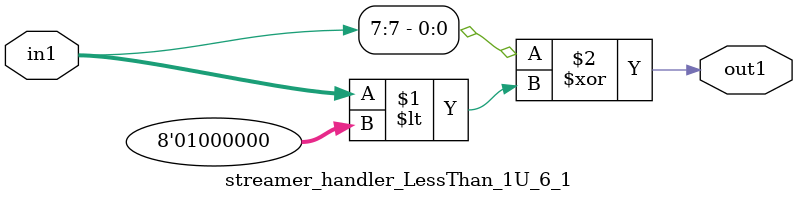
<source format=v>

`timescale 1ps / 1ps


module streamer_handler_LessThan_1U_6_1( in1, out1 );

    input [7:0] in1;
    output out1;

    
    // rtl_process:streamer_handler_LessThan_1U_6_1/streamer_handler_LessThan_1U_6_1_thread_1
    assign out1 = (in1[7] ^ in1 < 8'd064);

endmodule


</source>
